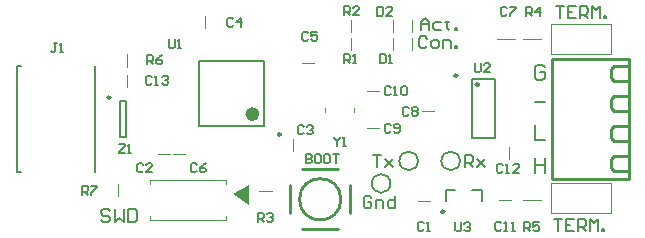
<source format=gto>
G04*
G04 #@! TF.GenerationSoftware,Altium Limited,Altium Designer,19.1.8 (144)*
G04*
G04 Layer_Color=65535*
%FSLAX23Y23*%
%MOIN*%
G70*
G01*
G75*
%ADD10C,0.010*%
%ADD11C,0.024*%
%ADD12C,0.010*%
%ADD13C,0.005*%
%ADD14C,0.008*%
%ADD15C,0.004*%
%ADD16C,0.008*%
%ADD17C,0.008*%
%ADD18C,0.007*%
%ADD19C,0.006*%
G36*
X417Y-221D02*
Y-286D01*
X363Y-251D01*
X417Y-221D01*
D02*
G37*
D10*
X1069Y-309D02*
G03*
X1069Y-309I-5J0D01*
G01*
X524Y-51D02*
G03*
X524Y-51I-5J0D01*
G01*
X1112Y145D02*
G03*
X1112Y145I-5J0D01*
G01*
X1184Y115D02*
G03*
X1184Y115I-5J0D01*
G01*
X-44Y72D02*
G03*
X-44Y72I-5J0D01*
G01*
D11*
X441Y16D02*
G03*
X441Y16I-12J0D01*
G01*
D12*
X724Y-268D02*
G03*
X724Y-268I-69J0D01*
G01*
X596Y-168D02*
X714D01*
X555Y-315D02*
Y-221D01*
X755Y-315D02*
Y-221D01*
X596Y-368D02*
X714D01*
X1427Y-200D02*
X1683D01*
Y200D01*
X1427D02*
X1683D01*
X1427Y-200D02*
Y200D01*
X1635Y-175D02*
X1683D01*
X1625Y-165D02*
X1635Y-175D01*
X1625Y-165D02*
Y-135D01*
X1635Y-125D01*
X1683D01*
X1635Y-25D02*
X1683D01*
X1625Y-35D02*
X1635Y-25D01*
X1625Y-65D02*
Y-35D01*
Y-65D02*
X1635Y-75D01*
X1683D01*
X1635Y75D02*
X1683D01*
X1625Y65D02*
X1635Y75D01*
X1625Y35D02*
Y65D01*
Y35D02*
X1635Y25D01*
X1683D01*
X1635Y175D02*
X1683D01*
X1625Y165D02*
X1635Y175D01*
X1625Y135D02*
Y165D01*
Y135D02*
X1635Y125D01*
X1683D01*
D13*
X889Y-215D02*
G03*
X889Y-215I-31J0D01*
G01*
X1121Y-140D02*
G03*
X1121Y-140I-31J0D01*
G01*
X981D02*
G03*
X981Y-140I-31J0D01*
G01*
X1106Y-345D02*
Y-370D01*
X1111Y-375D01*
X1121D01*
X1126Y-370D01*
Y-345D01*
X1136Y-350D02*
X1141Y-345D01*
X1151D01*
X1156Y-350D01*
Y-355D01*
X1151Y-360D01*
X1146D01*
X1151D01*
X1156Y-365D01*
Y-370D01*
X1151Y-375D01*
X1141D01*
X1136Y-370D01*
X845Y374D02*
Y344D01*
X860D01*
X865Y349D01*
Y369D01*
X860Y374D01*
X845D01*
X895Y344D02*
X875D01*
X895Y364D01*
Y369D01*
X890Y374D01*
X880D01*
X875Y369D01*
X853Y215D02*
Y185D01*
X868D01*
X873Y190D01*
Y210D01*
X868Y215D01*
X853D01*
X883Y185D02*
X893D01*
X888D01*
Y215D01*
X883Y210D01*
X-17Y-85D02*
X3D01*
Y-90D01*
X-17Y-110D01*
Y-115D01*
X3D01*
X13D02*
X23D01*
X18D01*
Y-85D01*
X13Y-90D01*
X-138Y-253D02*
Y-223D01*
X-123D01*
X-118Y-228D01*
Y-238D01*
X-123Y-243D01*
X-138D01*
X-128D02*
X-118Y-253D01*
X-108Y-223D02*
X-88D01*
Y-228D01*
X-108Y-248D01*
Y-253D01*
X79Y182D02*
Y212D01*
X94D01*
X99Y207D01*
Y197D01*
X94Y192D01*
X79D01*
X89D02*
X99Y182D01*
X129Y212D02*
X119Y207D01*
X109Y197D01*
Y187D01*
X114Y182D01*
X124D01*
X129Y187D01*
Y192D01*
X124Y197D01*
X109D01*
X94Y139D02*
X89Y144D01*
X79D01*
X74Y139D01*
Y119D01*
X79Y114D01*
X89D01*
X94Y119D01*
X104Y114D02*
X114D01*
X109D01*
Y144D01*
X104Y139D01*
X129D02*
X134Y144D01*
X144D01*
X149Y139D01*
Y134D01*
X144Y129D01*
X139D01*
X144D01*
X149Y124D01*
Y119D01*
X144Y114D01*
X134D01*
X129Y119D01*
D14*
X1075Y-273D02*
Y-237D01*
X1106D01*
X1193Y-273D02*
Y-237D01*
X1162D02*
X1193D01*
X468Y-23D02*
Y193D01*
X252Y-23D02*
Y193D01*
Y-23D02*
X468D01*
X252Y193D02*
X468D01*
X1161Y-63D02*
X1239D01*
X1161Y133D02*
X1239D01*
Y-63D02*
Y133D01*
X1161Y-63D02*
Y133D01*
X-12Y61D02*
X8D01*
X-12Y-61D02*
X8D01*
X-12D02*
Y61D01*
X8Y-61D02*
Y61D01*
D15*
X898Y290D02*
Y330D01*
X962Y290D02*
Y330D01*
X898Y230D02*
Y270D01*
X962Y230D02*
Y270D01*
X769Y23D02*
Y35D01*
X671Y24D02*
Y36D01*
X115Y-116D02*
X155D01*
X1251Y-271D02*
X1291D01*
X981Y-272D02*
X1021D01*
X-20Y-258D02*
Y-217D01*
X11Y174D02*
Y216D01*
Y108D02*
Y148D01*
X270Y302D02*
Y342D01*
X595Y185D02*
X635D01*
X565Y-106D02*
Y-66D01*
X452Y-239D02*
X494D01*
X1330Y265D02*
X1390D01*
X1625Y215D02*
Y315D01*
X1425Y215D02*
X1625D01*
X1425D02*
Y315D01*
X1625D01*
X342Y-337D02*
Y-324D01*
X88Y-337D02*
X342D01*
X88Y-203D02*
X342D01*
Y-216D02*
Y-203D01*
X88Y-216D02*
Y-203D01*
Y-337D02*
Y-324D01*
X165Y-116D02*
X205D01*
X810Y94D02*
X850D01*
X810Y-31D02*
X850D01*
X995Y25D02*
X1035D01*
X758Y289D02*
Y331D01*
Y229D02*
Y271D01*
X1330Y-270D02*
X1390D01*
X1625Y-315D02*
Y-215D01*
X1425Y-315D02*
X1625D01*
X1425D02*
Y-215D01*
X1625D01*
X1245Y265D02*
X1305D01*
X1283Y-133D02*
Y-93D01*
D16*
X-357Y-176D02*
X-343D01*
X-357D02*
Y176D01*
X-343D01*
X-95Y-176D02*
Y176D01*
D17*
X1012Y268D02*
X1005Y275D01*
X992D01*
X985Y268D01*
Y242D01*
X992Y235D01*
X1005D01*
X1012Y242D01*
X1032Y235D02*
X1045D01*
X1052Y242D01*
Y255D01*
X1045Y262D01*
X1032D01*
X1025Y255D01*
Y242D01*
X1032Y235D01*
X1065D02*
Y262D01*
X1085D01*
X1092Y255D01*
Y235D01*
X1105D02*
Y242D01*
X1112D01*
Y235D01*
X1105D01*
X990Y295D02*
Y322D01*
X1003Y335D01*
X1017Y322D01*
Y295D01*
Y315D01*
X990D01*
X1057Y322D02*
X1037D01*
X1030Y315D01*
Y302D01*
X1037Y295D01*
X1057D01*
X1077Y328D02*
Y322D01*
X1070D01*
X1083D01*
X1077D01*
Y302D01*
X1083Y295D01*
X1103D02*
Y302D01*
X1110D01*
Y295D01*
X1103D01*
X-45Y-307D02*
X-53Y-299D01*
X-68D01*
X-75Y-307D01*
Y-314D01*
X-68Y-322D01*
X-53D01*
X-45Y-329D01*
Y-337D01*
X-53Y-344D01*
X-68D01*
X-75Y-337D01*
X-30Y-299D02*
Y-344D01*
X-15Y-329D01*
X-0Y-344D01*
Y-299D01*
X15D02*
Y-344D01*
X37D01*
X45Y-337D01*
Y-307D01*
X37Y-299D01*
X15D01*
X1440Y375D02*
X1467D01*
X1453D01*
Y335D01*
X1507Y375D02*
X1480D01*
Y335D01*
X1507D01*
X1480Y355D02*
X1493D01*
X1520Y335D02*
Y375D01*
X1540D01*
X1547Y368D01*
Y355D01*
X1540Y348D01*
X1520D01*
X1533D02*
X1547Y335D01*
X1560D02*
Y375D01*
X1573Y362D01*
X1587Y375D01*
Y335D01*
X1600D02*
Y342D01*
X1607D01*
Y335D01*
X1600D01*
X1435Y-333D02*
X1462D01*
X1448D01*
Y-373D01*
X1502Y-333D02*
X1475D01*
Y-373D01*
X1502D01*
X1475Y-353D02*
X1488D01*
X1515Y-373D02*
Y-333D01*
X1535D01*
X1542Y-340D01*
Y-353D01*
X1535Y-360D01*
X1515D01*
X1528D02*
X1542Y-373D01*
X1555D02*
Y-333D01*
X1568Y-346D01*
X1582Y-333D01*
Y-373D01*
X1595D02*
Y-366D01*
X1602D01*
Y-373D01*
X1595D01*
X1370Y-130D02*
Y-180D01*
Y-155D01*
X1403D01*
Y-130D01*
Y-180D01*
X1370Y-20D02*
Y-70D01*
X1403D01*
Y172D02*
X1395Y180D01*
X1378D01*
X1370Y172D01*
Y138D01*
X1378Y130D01*
X1395D01*
X1403Y138D01*
Y155D01*
X1387D01*
X1370Y55D02*
X1403D01*
X1139Y-160D02*
Y-120D01*
X1159D01*
X1166Y-127D01*
Y-140D01*
X1159Y-147D01*
X1139D01*
X1152D02*
X1166Y-160D01*
X1179Y-133D02*
X1206Y-160D01*
X1192Y-147D01*
X1206Y-133D01*
X1179Y-160D01*
X830Y-120D02*
X857D01*
X843D01*
Y-160D01*
X870Y-133D02*
X897Y-160D01*
X883Y-147D01*
X897Y-133D01*
X870Y-160D01*
X826Y-262D02*
X820Y-256D01*
X806D01*
X800Y-262D01*
Y-289D01*
X806Y-296D01*
X820D01*
X826Y-289D01*
Y-276D01*
X813D01*
X840Y-296D02*
Y-269D01*
X860D01*
X866Y-276D01*
Y-296D01*
X906Y-256D02*
Y-296D01*
X886D01*
X880Y-289D01*
Y-276D01*
X886Y-269D01*
X906D01*
D18*
X607Y-118D02*
Y-148D01*
X622D01*
X627Y-143D01*
Y-138D01*
X622Y-133D01*
X607D01*
X622D01*
X627Y-128D01*
Y-123D01*
X622Y-118D01*
X607D01*
X652D02*
X642D01*
X637Y-123D01*
Y-143D01*
X642Y-148D01*
X652D01*
X657Y-143D01*
Y-123D01*
X652Y-118D01*
X682D02*
X672D01*
X667Y-123D01*
Y-143D01*
X672Y-148D01*
X682D01*
X687Y-143D01*
Y-123D01*
X682Y-118D01*
X697D02*
X717D01*
X707D01*
Y-148D01*
D19*
X65Y-153D02*
X60Y-148D01*
X50D01*
X45Y-153D01*
Y-173D01*
X50Y-178D01*
X60D01*
X65Y-173D01*
X95Y-178D02*
X75D01*
X95Y-158D01*
Y-153D01*
X90Y-148D01*
X80D01*
X75Y-153D01*
X700Y-60D02*
Y-65D01*
X710Y-75D01*
X720Y-65D01*
Y-60D01*
X710Y-75D02*
Y-90D01*
X730D02*
X740D01*
X735D01*
Y-60D01*
X730Y-65D01*
X1259Y-348D02*
X1254Y-343D01*
X1244D01*
X1239Y-348D01*
Y-368D01*
X1244Y-373D01*
X1254D01*
X1259Y-368D01*
X1269Y-373D02*
X1279D01*
X1274D01*
Y-343D01*
X1269Y-348D01*
X1294Y-373D02*
X1304D01*
X1299D01*
Y-343D01*
X1294Y-348D01*
X1001D02*
X996Y-343D01*
X986D01*
X981Y-348D01*
Y-368D01*
X986Y-373D01*
X996D01*
X1001Y-368D01*
X1011Y-373D02*
X1021D01*
X1016D01*
Y-343D01*
X1011Y-348D01*
X600Y-26D02*
X595Y-21D01*
X585D01*
X580Y-26D01*
Y-46D01*
X585Y-51D01*
X595D01*
X600Y-46D01*
X610Y-26D02*
X615Y-21D01*
X625D01*
X630Y-26D01*
Y-31D01*
X625Y-36D01*
X620D01*
X625D01*
X630Y-41D01*
Y-46D01*
X625Y-51D01*
X615D01*
X610Y-46D01*
X365Y332D02*
X360Y337D01*
X350D01*
X345Y332D01*
Y312D01*
X350Y307D01*
X360D01*
X365Y312D01*
X390Y307D02*
Y337D01*
X375Y322D01*
X395D01*
X615Y285D02*
X610Y290D01*
X600D01*
X595Y285D01*
Y265D01*
X600Y260D01*
X610D01*
X615Y265D01*
X645Y290D02*
X625D01*
Y275D01*
X635Y280D01*
X640D01*
X645Y275D01*
Y265D01*
X640Y260D01*
X630D01*
X625Y265D01*
X244Y-153D02*
X239Y-148D01*
X229D01*
X224Y-153D01*
Y-173D01*
X229Y-178D01*
X239D01*
X244Y-173D01*
X274Y-148D02*
X264Y-153D01*
X254Y-163D01*
Y-173D01*
X259Y-178D01*
X269D01*
X274Y-173D01*
Y-168D01*
X269Y-163D01*
X254D01*
X950Y35D02*
X945Y40D01*
X935D01*
X930Y35D01*
Y15D01*
X935Y10D01*
X945D01*
X950Y15D01*
X960Y35D02*
X965Y40D01*
X975D01*
X980Y35D01*
Y30D01*
X975Y25D01*
X980Y20D01*
Y15D01*
X975Y10D01*
X965D01*
X960Y15D01*
Y20D01*
X965Y25D01*
X960Y30D01*
Y35D01*
X965Y25D02*
X975D01*
X890Y-21D02*
X885Y-16D01*
X875D01*
X870Y-21D01*
Y-41D01*
X875Y-46D01*
X885D01*
X890Y-41D01*
X900D02*
X905Y-46D01*
X915D01*
X920Y-41D01*
Y-21D01*
X915Y-16D01*
X905D01*
X900Y-21D01*
Y-26D01*
X905Y-31D01*
X920D01*
X890Y104D02*
X885Y109D01*
X875D01*
X870Y104D01*
Y84D01*
X875Y79D01*
X885D01*
X890Y84D01*
X900Y79D02*
X910D01*
X905D01*
Y109D01*
X900Y104D01*
X925D02*
X930Y109D01*
X940D01*
X945Y104D01*
Y84D01*
X940Y79D01*
X930D01*
X925Y84D01*
Y104D01*
X-223Y252D02*
X-233D01*
X-228D01*
Y227D01*
X-233Y222D01*
X-238D01*
X-243Y227D01*
X-213Y222D02*
X-203D01*
X-208D01*
Y252D01*
X-213Y247D01*
X735Y185D02*
Y215D01*
X750D01*
X755Y210D01*
Y200D01*
X750Y195D01*
X735D01*
X745D02*
X755Y185D01*
X765D02*
X775D01*
X770D01*
Y215D01*
X765Y210D01*
X735Y346D02*
Y376D01*
X750D01*
X755Y371D01*
Y361D01*
X750Y356D01*
X735D01*
X745D02*
X755Y346D01*
X785D02*
X765D01*
X785Y366D01*
Y371D01*
X780Y376D01*
X770D01*
X765Y371D01*
X447Y-342D02*
Y-312D01*
X462D01*
X467Y-317D01*
Y-327D01*
X462Y-332D01*
X447D01*
X457D02*
X467Y-342D01*
X477Y-317D02*
X482Y-312D01*
X492D01*
X497Y-317D01*
Y-322D01*
X492Y-327D01*
X487D01*
X492D01*
X497Y-332D01*
Y-337D01*
X492Y-342D01*
X482D01*
X477Y-337D01*
X150Y265D02*
Y240D01*
X155Y235D01*
X165D01*
X170Y240D01*
Y265D01*
X180Y235D02*
X190D01*
X185D01*
Y265D01*
X180Y260D01*
X1342Y343D02*
Y373D01*
X1357D01*
X1362Y368D01*
Y358D01*
X1357Y353D01*
X1342D01*
X1352D02*
X1362Y343D01*
X1387D02*
Y373D01*
X1372Y358D01*
X1392D01*
X1277Y369D02*
X1272Y374D01*
X1262D01*
X1257Y369D01*
Y349D01*
X1262Y344D01*
X1272D01*
X1277Y349D01*
X1287Y374D02*
X1307D01*
Y369D01*
X1287Y349D01*
Y344D01*
X1335Y-375D02*
Y-345D01*
X1350D01*
X1355Y-350D01*
Y-360D01*
X1350Y-365D01*
X1335D01*
X1345D02*
X1355Y-375D01*
X1385Y-345D02*
X1365D01*
Y-360D01*
X1375Y-355D01*
X1380D01*
X1385Y-360D01*
Y-370D01*
X1380Y-375D01*
X1370D01*
X1365Y-370D01*
X1170Y186D02*
Y161D01*
X1175Y156D01*
X1185D01*
X1190Y161D01*
Y186D01*
X1220Y156D02*
X1200D01*
X1220Y176D01*
Y181D01*
X1215Y186D01*
X1205D01*
X1200Y181D01*
X1263Y-155D02*
X1258Y-150D01*
X1248D01*
X1243Y-155D01*
Y-175D01*
X1248Y-180D01*
X1258D01*
X1263Y-175D01*
X1273Y-180D02*
X1283D01*
X1278D01*
Y-150D01*
X1273Y-155D01*
X1318Y-180D02*
X1298D01*
X1318Y-160D01*
Y-155D01*
X1313Y-150D01*
X1303D01*
X1298Y-155D01*
M02*

</source>
